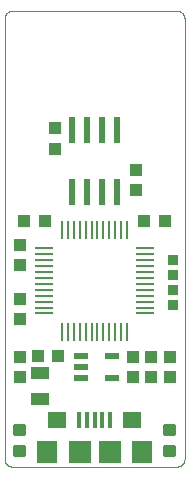
<source format=gtp>
G75*
%MOIN*%
%OFA0B0*%
%FSLAX25Y25*%
%IPPOS*%
%LPD*%
%AMOC8*
5,1,8,0,0,1.08239X$1,22.5*
%
%ADD10C,0.00000*%
%ADD11R,0.04724X0.02165*%
%ADD12C,0.01181*%
%ADD13R,0.04331X0.03937*%
%ADD14R,0.03937X0.04331*%
%ADD15R,0.02400X0.08700*%
%ADD16R,0.05906X0.00984*%
%ADD17R,0.00984X0.05906*%
%ADD18R,0.03500X0.03200*%
%ADD19R,0.05906X0.03937*%
%ADD20R,0.01378X0.05512*%
%ADD21R,0.07087X0.07480*%
%ADD22R,0.07480X0.07480*%
%ADD23R,0.06299X0.05512*%
D10*
X0042595Y0032058D02*
X0042595Y0178933D01*
X0042597Y0179031D01*
X0042603Y0179129D01*
X0042612Y0179227D01*
X0042626Y0179324D01*
X0042643Y0179421D01*
X0042664Y0179517D01*
X0042689Y0179612D01*
X0042717Y0179706D01*
X0042750Y0179798D01*
X0042785Y0179890D01*
X0042825Y0179980D01*
X0042867Y0180068D01*
X0042914Y0180155D01*
X0042963Y0180239D01*
X0043016Y0180322D01*
X0043072Y0180402D01*
X0043132Y0180481D01*
X0043194Y0180557D01*
X0043259Y0180630D01*
X0043327Y0180701D01*
X0043398Y0180769D01*
X0043471Y0180834D01*
X0043547Y0180896D01*
X0043626Y0180956D01*
X0043706Y0181012D01*
X0043789Y0181065D01*
X0043873Y0181114D01*
X0043960Y0181161D01*
X0044048Y0181203D01*
X0044138Y0181243D01*
X0044230Y0181278D01*
X0044322Y0181311D01*
X0044416Y0181339D01*
X0044511Y0181364D01*
X0044607Y0181385D01*
X0044704Y0181402D01*
X0044801Y0181416D01*
X0044899Y0181425D01*
X0044997Y0181431D01*
X0045095Y0181433D01*
X0100095Y0181433D01*
X0100193Y0181431D01*
X0100291Y0181425D01*
X0100389Y0181416D01*
X0100486Y0181402D01*
X0100583Y0181385D01*
X0100679Y0181364D01*
X0100774Y0181339D01*
X0100868Y0181311D01*
X0100960Y0181278D01*
X0101052Y0181243D01*
X0101142Y0181203D01*
X0101230Y0181161D01*
X0101317Y0181114D01*
X0101401Y0181065D01*
X0101484Y0181012D01*
X0101564Y0180956D01*
X0101643Y0180896D01*
X0101719Y0180834D01*
X0101792Y0180769D01*
X0101863Y0180701D01*
X0101931Y0180630D01*
X0101996Y0180557D01*
X0102058Y0180481D01*
X0102118Y0180402D01*
X0102174Y0180322D01*
X0102227Y0180239D01*
X0102276Y0180155D01*
X0102323Y0180068D01*
X0102365Y0179980D01*
X0102405Y0179890D01*
X0102440Y0179798D01*
X0102473Y0179706D01*
X0102501Y0179612D01*
X0102526Y0179517D01*
X0102547Y0179421D01*
X0102564Y0179324D01*
X0102578Y0179227D01*
X0102587Y0179129D01*
X0102593Y0179031D01*
X0102595Y0178933D01*
X0102595Y0032058D01*
X0102593Y0031960D01*
X0102587Y0031862D01*
X0102578Y0031764D01*
X0102564Y0031667D01*
X0102547Y0031570D01*
X0102526Y0031474D01*
X0102501Y0031379D01*
X0102473Y0031285D01*
X0102440Y0031193D01*
X0102405Y0031101D01*
X0102365Y0031011D01*
X0102323Y0030923D01*
X0102276Y0030836D01*
X0102227Y0030752D01*
X0102174Y0030669D01*
X0102118Y0030589D01*
X0102058Y0030510D01*
X0101996Y0030434D01*
X0101931Y0030361D01*
X0101863Y0030290D01*
X0101792Y0030222D01*
X0101719Y0030157D01*
X0101643Y0030095D01*
X0101564Y0030035D01*
X0101484Y0029979D01*
X0101401Y0029926D01*
X0101317Y0029877D01*
X0101230Y0029830D01*
X0101142Y0029788D01*
X0101052Y0029748D01*
X0100960Y0029713D01*
X0100868Y0029680D01*
X0100774Y0029652D01*
X0100679Y0029627D01*
X0100583Y0029606D01*
X0100486Y0029589D01*
X0100389Y0029575D01*
X0100291Y0029566D01*
X0100193Y0029560D01*
X0100095Y0029558D01*
X0045095Y0029558D01*
X0044997Y0029560D01*
X0044899Y0029566D01*
X0044801Y0029575D01*
X0044704Y0029589D01*
X0044607Y0029606D01*
X0044511Y0029627D01*
X0044416Y0029652D01*
X0044322Y0029680D01*
X0044230Y0029713D01*
X0044138Y0029748D01*
X0044048Y0029788D01*
X0043960Y0029830D01*
X0043873Y0029877D01*
X0043789Y0029926D01*
X0043706Y0029979D01*
X0043626Y0030035D01*
X0043547Y0030095D01*
X0043471Y0030157D01*
X0043398Y0030222D01*
X0043327Y0030290D01*
X0043259Y0030361D01*
X0043194Y0030434D01*
X0043132Y0030510D01*
X0043072Y0030589D01*
X0043016Y0030669D01*
X0042963Y0030752D01*
X0042914Y0030836D01*
X0042867Y0030923D01*
X0042825Y0031011D01*
X0042785Y0031101D01*
X0042750Y0031193D01*
X0042717Y0031285D01*
X0042689Y0031379D01*
X0042664Y0031474D01*
X0042643Y0031570D01*
X0042626Y0031667D01*
X0042612Y0031764D01*
X0042603Y0031862D01*
X0042597Y0031960D01*
X0042595Y0032058D01*
D11*
X0068102Y0058943D03*
X0068102Y0062683D03*
X0068102Y0066423D03*
X0078339Y0066423D03*
X0078339Y0058943D03*
D12*
X0096217Y0043139D02*
X0098973Y0043139D01*
X0098973Y0040383D01*
X0096217Y0040383D01*
X0096217Y0043139D01*
X0096217Y0041563D02*
X0098973Y0041563D01*
X0098973Y0042743D02*
X0096217Y0042743D01*
X0096217Y0036233D02*
X0098973Y0036233D01*
X0098973Y0033477D01*
X0096217Y0033477D01*
X0096217Y0036233D01*
X0096217Y0034657D02*
X0098973Y0034657D01*
X0098973Y0035837D02*
X0096217Y0035837D01*
X0048973Y0036233D02*
X0046217Y0036233D01*
X0048973Y0036233D02*
X0048973Y0033477D01*
X0046217Y0033477D01*
X0046217Y0036233D01*
X0046217Y0034657D02*
X0048973Y0034657D01*
X0048973Y0035837D02*
X0046217Y0035837D01*
X0046217Y0043139D02*
X0048973Y0043139D01*
X0048973Y0040383D01*
X0046217Y0040383D01*
X0046217Y0043139D01*
X0046217Y0041563D02*
X0048973Y0041563D01*
X0048973Y0042743D02*
X0046217Y0042743D01*
D13*
X0053624Y0066433D03*
X0060317Y0066433D03*
X0055942Y0111433D03*
X0049249Y0111433D03*
X0089249Y0111433D03*
X0095942Y0111433D03*
D14*
X0086345Y0121837D03*
X0086345Y0128530D03*
X0059470Y0135587D03*
X0059470Y0142280D03*
X0047595Y0103530D03*
X0047595Y0096837D03*
X0047595Y0085405D03*
X0047595Y0078712D03*
X0047595Y0066030D03*
X0047595Y0059337D03*
X0085408Y0059337D03*
X0085408Y0066030D03*
X0091345Y0066030D03*
X0091345Y0059337D03*
X0097595Y0059337D03*
X0097595Y0066030D03*
D15*
X0080095Y0121133D03*
X0075095Y0121133D03*
X0070095Y0121133D03*
X0065095Y0121133D03*
X0065095Y0141733D03*
X0070095Y0141733D03*
X0075095Y0141733D03*
X0080095Y0141733D03*
D16*
X0089524Y0102260D03*
X0089524Y0100291D03*
X0089524Y0098323D03*
X0089524Y0096354D03*
X0089524Y0094386D03*
X0089524Y0092417D03*
X0089524Y0090449D03*
X0089524Y0088480D03*
X0089524Y0086512D03*
X0089524Y0084543D03*
X0089524Y0082575D03*
X0089524Y0080606D03*
X0055666Y0080606D03*
X0055666Y0082575D03*
X0055666Y0084543D03*
X0055666Y0086512D03*
X0055666Y0088480D03*
X0055666Y0090449D03*
X0055666Y0092417D03*
X0055666Y0094386D03*
X0055666Y0096354D03*
X0055666Y0098323D03*
X0055666Y0100291D03*
X0055666Y0102260D03*
D17*
X0061768Y0108362D03*
X0063737Y0108362D03*
X0065705Y0108362D03*
X0067674Y0108362D03*
X0069642Y0108362D03*
X0071611Y0108362D03*
X0073579Y0108362D03*
X0075548Y0108362D03*
X0077516Y0108362D03*
X0079485Y0108362D03*
X0081453Y0108362D03*
X0083422Y0108362D03*
X0083422Y0074504D03*
X0081453Y0074504D03*
X0079485Y0074504D03*
X0077516Y0074504D03*
X0075548Y0074504D03*
X0073579Y0074504D03*
X0071611Y0074504D03*
X0069642Y0074504D03*
X0067674Y0074504D03*
X0065705Y0074504D03*
X0063737Y0074504D03*
X0061768Y0074504D03*
D18*
X0098845Y0083308D03*
X0098845Y0088308D03*
X0098845Y0093308D03*
X0098845Y0098308D03*
D19*
X0054470Y0060764D03*
X0054470Y0052102D03*
D20*
X0067477Y0044991D03*
X0070036Y0044991D03*
X0072595Y0044991D03*
X0075154Y0044991D03*
X0077713Y0044991D03*
D21*
X0088343Y0034558D03*
X0056847Y0034558D03*
D22*
X0067595Y0034558D03*
X0077595Y0034558D03*
D23*
X0085194Y0044991D03*
X0059997Y0044991D03*
M02*

</source>
